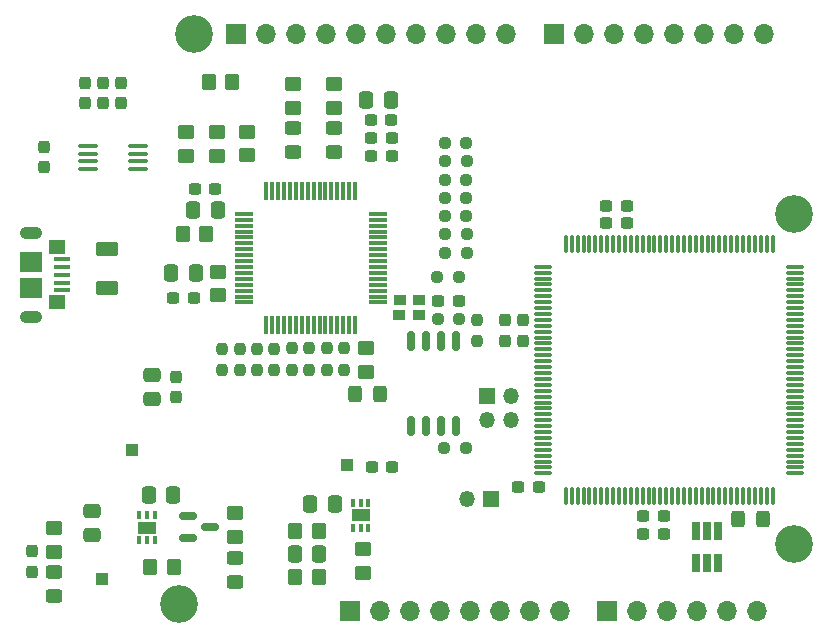
<source format=gbr>
%TF.GenerationSoftware,KiCad,Pcbnew,7.0.1*%
%TF.CreationDate,2023-05-12T19:52:32+02:00*%
%TF.ProjectId,UFO-FPGA,55464f2d-4650-4474-912e-6b696361645f,V0.8*%
%TF.SameCoordinates,Original*%
%TF.FileFunction,Soldermask,Top*%
%TF.FilePolarity,Negative*%
%FSLAX46Y46*%
G04 Gerber Fmt 4.6, Leading zero omitted, Abs format (unit mm)*
G04 Created by KiCad (PCBNEW 7.0.1) date 2023-05-12 19:52:32*
%MOMM*%
%LPD*%
G01*
G04 APERTURE LIST*
G04 Aperture macros list*
%AMRoundRect*
0 Rectangle with rounded corners*
0 $1 Rounding radius*
0 $2 $3 $4 $5 $6 $7 $8 $9 X,Y pos of 4 corners*
0 Add a 4 corners polygon primitive as box body*
4,1,4,$2,$3,$4,$5,$6,$7,$8,$9,$2,$3,0*
0 Add four circle primitives for the rounded corners*
1,1,$1+$1,$2,$3*
1,1,$1+$1,$4,$5*
1,1,$1+$1,$6,$7*
1,1,$1+$1,$8,$9*
0 Add four rect primitives between the rounded corners*
20,1,$1+$1,$2,$3,$4,$5,0*
20,1,$1+$1,$4,$5,$6,$7,0*
20,1,$1+$1,$6,$7,$8,$9,0*
20,1,$1+$1,$8,$9,$2,$3,0*%
G04 Aperture macros list end*
%ADD10RoundRect,0.250000X0.450000X-0.350000X0.450000X0.350000X-0.450000X0.350000X-0.450000X-0.350000X0*%
%ADD11RoundRect,0.237500X-0.237500X0.300000X-0.237500X-0.300000X0.237500X-0.300000X0.237500X0.300000X0*%
%ADD12RoundRect,0.250000X0.450000X-0.325000X0.450000X0.325000X-0.450000X0.325000X-0.450000X-0.325000X0*%
%ADD13RoundRect,0.237500X0.237500X-0.250000X0.237500X0.250000X-0.237500X0.250000X-0.237500X-0.250000X0*%
%ADD14RoundRect,0.250000X0.337500X0.475000X-0.337500X0.475000X-0.337500X-0.475000X0.337500X-0.475000X0*%
%ADD15RoundRect,0.237500X0.300000X0.237500X-0.300000X0.237500X-0.300000X-0.237500X0.300000X-0.237500X0*%
%ADD16R,1.700000X1.700000*%
%ADD17O,1.700000X1.700000*%
%ADD18RoundRect,0.250000X0.475000X-0.337500X0.475000X0.337500X-0.475000X0.337500X-0.475000X-0.337500X0*%
%ADD19C,3.200000*%
%ADD20R,1.000000X0.900000*%
%ADD21R,1.000000X1.000000*%
%ADD22RoundRect,0.250000X0.325000X0.450000X-0.325000X0.450000X-0.325000X-0.450000X0.325000X-0.450000X0*%
%ADD23RoundRect,0.237500X-0.300000X-0.237500X0.300000X-0.237500X0.300000X0.237500X-0.300000X0.237500X0*%
%ADD24R,1.400000X0.400000*%
%ADD25O,1.900000X1.050000*%
%ADD26R,1.450000X1.150000*%
%ADD27R,1.900000X1.750000*%
%ADD28RoundRect,0.250000X-0.350000X-0.450000X0.350000X-0.450000X0.350000X0.450000X-0.350000X0.450000X0*%
%ADD29RoundRect,0.237500X-0.250000X-0.237500X0.250000X-0.237500X0.250000X0.237500X-0.250000X0.237500X0*%
%ADD30RoundRect,0.250000X-0.450000X0.350000X-0.450000X-0.350000X0.450000X-0.350000X0.450000X0.350000X0*%
%ADD31RoundRect,0.075000X-0.700000X-0.075000X0.700000X-0.075000X0.700000X0.075000X-0.700000X0.075000X0*%
%ADD32RoundRect,0.075000X-0.075000X-0.700000X0.075000X-0.700000X0.075000X0.700000X-0.075000X0.700000X0*%
%ADD33R,0.650000X1.560000*%
%ADD34R,0.350000X0.650000*%
%ADD35R,1.600000X1.000000*%
%ADD36RoundRect,0.237500X0.250000X0.237500X-0.250000X0.237500X-0.250000X-0.237500X0.250000X-0.237500X0*%
%ADD37R,1.350000X1.350000*%
%ADD38O,1.350000X1.350000*%
%ADD39RoundRect,0.250000X0.700000X-0.362500X0.700000X0.362500X-0.700000X0.362500X-0.700000X-0.362500X0*%
%ADD40RoundRect,0.150000X-0.150000X0.712500X-0.150000X-0.712500X0.150000X-0.712500X0.150000X0.712500X0*%
%ADD41RoundRect,0.250000X-0.337500X-0.475000X0.337500X-0.475000X0.337500X0.475000X-0.337500X0.475000X0*%
%ADD42RoundRect,0.075000X-0.075000X0.662500X-0.075000X-0.662500X0.075000X-0.662500X0.075000X0.662500X0*%
%ADD43RoundRect,0.075000X-0.662500X0.075000X-0.662500X-0.075000X0.662500X-0.075000X0.662500X0.075000X0*%
%ADD44RoundRect,0.237500X0.237500X-0.300000X0.237500X0.300000X-0.237500X0.300000X-0.237500X-0.300000X0*%
%ADD45RoundRect,0.237500X-0.237500X0.250000X-0.237500X-0.250000X0.237500X-0.250000X0.237500X0.250000X0*%
%ADD46RoundRect,0.150000X-0.587500X-0.150000X0.587500X-0.150000X0.587500X0.150000X-0.587500X0.150000X0*%
%ADD47RoundRect,0.100000X0.712500X0.100000X-0.712500X0.100000X-0.712500X-0.100000X0.712500X-0.100000X0*%
%ADD48RoundRect,0.250000X0.350000X0.450000X-0.350000X0.450000X-0.350000X-0.450000X0.350000X-0.450000X0*%
G04 APERTURE END LIST*
D10*
%TO.C,R4*%
X126075000Y-61000000D03*
X126075000Y-59000000D03*
%TD*%
%TO.C,R34*%
X135150000Y-56940000D03*
X135150000Y-54940000D03*
%TD*%
D11*
%TO.C,C3*%
X119075000Y-54837500D03*
X119075000Y-56562500D03*
%TD*%
D12*
%TO.C,RXLED1*%
X138650000Y-60690000D03*
X138650000Y-58640000D03*
%TD*%
D11*
%TO.C,C8*%
X125250000Y-79723752D03*
X125250000Y-81448752D03*
%TD*%
D13*
%TO.C,R11*%
X135050000Y-79137500D03*
X135050000Y-77312500D03*
%TD*%
D12*
%TO.C,TXLED1*%
X135150000Y-60690000D03*
X135150000Y-58640000D03*
%TD*%
D11*
%TO.C,C4*%
X117575000Y-54837500D03*
X117575000Y-56562500D03*
%TD*%
D14*
%TO.C,C10*%
X126900000Y-70950000D03*
X124825000Y-70950000D03*
%TD*%
D15*
%TO.C,C7*%
X126725000Y-73000000D03*
X125000000Y-73000000D03*
%TD*%
D16*
%TO.C,J2*%
X161710000Y-99500000D03*
D17*
X164250000Y-99500000D03*
X166790000Y-99500000D03*
X169330000Y-99500000D03*
X171870000Y-99500000D03*
X174410000Y-99500000D03*
%TD*%
D18*
%TO.C,C5*%
X118160000Y-93147500D03*
X118160000Y-91072500D03*
%TD*%
D19*
%TO.C,MH2*%
X125478000Y-98940000D03*
%TD*%
D16*
%TO.C,J3*%
X130304000Y-50680000D03*
D17*
X132844000Y-50680000D03*
X135384000Y-50680000D03*
X137924000Y-50680000D03*
X140464000Y-50680000D03*
X143004000Y-50680000D03*
X145544000Y-50680000D03*
X148084000Y-50680000D03*
X150624000Y-50680000D03*
X153164000Y-50680000D03*
%TD*%
D20*
%TO.C,U3*%
X145820000Y-73212500D03*
X144170000Y-73212500D03*
X144165000Y-74462500D03*
X145815000Y-74462500D03*
%TD*%
D21*
%TO.C,TP12*%
X139730000Y-87220000D03*
%TD*%
D15*
%TO.C,C30*%
X166540000Y-91536000D03*
X164815000Y-91536000D03*
%TD*%
D22*
%TO.C,D1*%
X174902500Y-91790000D03*
X172852500Y-91790000D03*
%TD*%
D14*
%TO.C,C44*%
X143417500Y-56260000D03*
X141342500Y-56260000D03*
%TD*%
D23*
%TO.C,C23*%
X161675000Y-66725000D03*
X163400000Y-66725000D03*
%TD*%
D15*
%TO.C,C16*%
X155954900Y-89052400D03*
X154229900Y-89052400D03*
%TD*%
D18*
%TO.C,C9*%
X123250000Y-81623752D03*
X123250000Y-79548752D03*
%TD*%
D10*
%TO.C,R3*%
X128700000Y-61000000D03*
X128700000Y-59000000D03*
%TD*%
D24*
%TO.C,J5*%
X115620000Y-69780000D03*
X115620000Y-70430000D03*
X115620000Y-71080000D03*
X115620000Y-71730000D03*
X115620000Y-72380000D03*
D25*
X112970000Y-67505000D03*
D26*
X115200000Y-68760000D03*
D27*
X112970000Y-69955000D03*
X112970000Y-72205000D03*
D26*
X115200000Y-73400000D03*
D25*
X112970000Y-74655000D03*
%TD*%
D28*
%TO.C,R2*%
X128000000Y-54750000D03*
X130000000Y-54750000D03*
%TD*%
D29*
%TO.C,R19*%
X148015000Y-61450000D03*
X149840000Y-61450000D03*
%TD*%
D30*
%TO.C,R36*%
X114930000Y-92510000D03*
X114930000Y-94510000D03*
%TD*%
D13*
%TO.C,R9*%
X132080000Y-79144500D03*
X132080000Y-77319500D03*
%TD*%
%TO.C,R12*%
X136528600Y-79137500D03*
X136528600Y-77312500D03*
%TD*%
D31*
%TO.C,U2*%
X130975000Y-65915000D03*
X130975000Y-66415000D03*
X130975000Y-66915000D03*
X130975000Y-67415000D03*
X130975000Y-67915000D03*
X130975000Y-68415000D03*
X130975000Y-68915000D03*
X130975000Y-69415000D03*
X130975000Y-69915000D03*
X130975000Y-70415000D03*
X130975000Y-70915000D03*
X130975000Y-71415000D03*
X130975000Y-71915000D03*
X130975000Y-72415000D03*
X130975000Y-72915000D03*
X130975000Y-73415000D03*
D32*
X132900000Y-75340000D03*
X133400000Y-75340000D03*
X133900000Y-75340000D03*
X134400000Y-75340000D03*
X134900000Y-75340000D03*
X135400000Y-75340000D03*
X135900000Y-75340000D03*
X136400000Y-75340000D03*
X136900000Y-75340000D03*
X137400000Y-75340000D03*
X137900000Y-75340000D03*
X138400000Y-75340000D03*
X138900000Y-75340000D03*
X139400000Y-75340000D03*
X139900000Y-75340000D03*
X140400000Y-75340000D03*
D31*
X142325000Y-73415000D03*
X142325000Y-72915000D03*
X142325000Y-72415000D03*
X142325000Y-71915000D03*
X142325000Y-71415000D03*
X142325000Y-70915000D03*
X142325000Y-70415000D03*
X142325000Y-69915000D03*
X142325000Y-69415000D03*
X142325000Y-68915000D03*
X142325000Y-68415000D03*
X142325000Y-67915000D03*
X142325000Y-67415000D03*
X142325000Y-66915000D03*
X142325000Y-66415000D03*
X142325000Y-65915000D03*
D32*
X140400000Y-63990000D03*
X139900000Y-63990000D03*
X139400000Y-63990000D03*
X138900000Y-63990000D03*
X138400000Y-63990000D03*
X137900000Y-63990000D03*
X137400000Y-63990000D03*
X136900000Y-63990000D03*
X136400000Y-63990000D03*
X135900000Y-63990000D03*
X135400000Y-63990000D03*
X134900000Y-63990000D03*
X134400000Y-63990000D03*
X133900000Y-63990000D03*
X133400000Y-63990000D03*
X132900000Y-63990000D03*
%TD*%
D33*
%TO.C,U12*%
X169250000Y-95450000D03*
X170200000Y-95450000D03*
X171150000Y-95450000D03*
X171150000Y-92750000D03*
X170200000Y-92750000D03*
X169250000Y-92750000D03*
%TD*%
D34*
%TO.C,U6*%
X122150000Y-93540000D03*
X122800000Y-93540000D03*
X123450000Y-93540000D03*
X123450000Y-91440000D03*
X122800000Y-91440000D03*
X122150000Y-91440000D03*
D35*
X122800000Y-92490000D03*
%TD*%
D36*
%TO.C,R23*%
X149212500Y-74800000D03*
X147387500Y-74800000D03*
%TD*%
D23*
%TO.C,C24*%
X161665000Y-65256000D03*
X163390000Y-65256000D03*
%TD*%
D16*
%TO.C,J4*%
X157228000Y-50680000D03*
D17*
X159768000Y-50680000D03*
X162308000Y-50680000D03*
X164848000Y-50680000D03*
X167388000Y-50680000D03*
X169928000Y-50680000D03*
X172468000Y-50680000D03*
X175008000Y-50680000D03*
%TD*%
D37*
%TO.C,J6*%
X151610000Y-81380000D03*
D38*
X153610000Y-81380000D03*
X151610000Y-83380000D03*
X153610000Y-83380000D03*
%TD*%
D39*
%TO.C,FB1*%
X119425000Y-72175000D03*
X119425000Y-68850000D03*
%TD*%
D37*
%TO.C,JP1*%
X151910000Y-90030000D03*
D38*
X149910000Y-90030000D03*
%TD*%
D14*
%TO.C,C11*%
X128787500Y-65550000D03*
X126712500Y-65550000D03*
%TD*%
D23*
%TO.C,C13*%
X147445000Y-73290000D03*
X149170000Y-73290000D03*
%TD*%
D12*
%TO.C,PWR1*%
X114930000Y-98292500D03*
X114930000Y-96242500D03*
%TD*%
D13*
%TO.C,R13*%
X138001800Y-79137500D03*
X138001800Y-77312500D03*
%TD*%
D40*
%TO.C,U9*%
X148971000Y-76651500D03*
X147701000Y-76651500D03*
X146431000Y-76651500D03*
X145161000Y-76651500D03*
X145161000Y-83876500D03*
X146431000Y-83876500D03*
X147701000Y-83876500D03*
X148971000Y-83876500D03*
%TD*%
D41*
%TO.C,C25*%
X122942500Y-89720000D03*
X125017500Y-89720000D03*
%TD*%
D28*
%TO.C,R30*%
X123050000Y-95820000D03*
X125050000Y-95820000D03*
%TD*%
D30*
%TO.C,R28*%
X141360000Y-77270000D03*
X141360000Y-79270000D03*
%TD*%
D15*
%TO.C,C62*%
X143512500Y-60990000D03*
X141787500Y-60990000D03*
%TD*%
D36*
%TO.C,R15*%
X149840000Y-67640000D03*
X148015000Y-67640000D03*
%TD*%
D16*
%TO.C,J1*%
X139960000Y-99500000D03*
D17*
X142500000Y-99500000D03*
X145040000Y-99500000D03*
X147580000Y-99500000D03*
X150120000Y-99500000D03*
X152660000Y-99500000D03*
X155200000Y-99500000D03*
X157740000Y-99500000D03*
%TD*%
D42*
%TO.C,U4*%
X175750000Y-68478500D03*
X175250000Y-68478500D03*
X174750000Y-68478500D03*
X174250000Y-68478500D03*
X173750000Y-68478500D03*
X173250000Y-68478500D03*
X172750000Y-68478500D03*
X172250000Y-68478500D03*
X171750000Y-68478500D03*
X171250000Y-68478500D03*
X170750000Y-68478500D03*
X170250000Y-68478500D03*
X169750000Y-68478500D03*
X169250000Y-68478500D03*
X168750000Y-68478500D03*
X168250000Y-68478500D03*
X167750000Y-68478500D03*
X167250000Y-68478500D03*
X166750000Y-68478500D03*
X166250000Y-68478500D03*
X165750000Y-68478500D03*
X165250000Y-68478500D03*
X164750000Y-68478500D03*
X164250000Y-68478500D03*
X163750000Y-68478500D03*
X163250000Y-68478500D03*
X162750000Y-68478500D03*
X162250000Y-68478500D03*
X161750000Y-68478500D03*
X161250000Y-68478500D03*
X160750000Y-68478500D03*
X160250000Y-68478500D03*
X159750000Y-68478500D03*
X159250000Y-68478500D03*
X158750000Y-68478500D03*
X158250000Y-68478500D03*
D43*
X156337500Y-70391000D03*
X156337500Y-70891000D03*
X156337500Y-71391000D03*
X156337500Y-71891000D03*
X156337500Y-72391000D03*
X156337500Y-72891000D03*
X156337500Y-73391000D03*
X156337500Y-73891000D03*
X156337500Y-74391000D03*
X156337500Y-74891000D03*
X156337500Y-75391000D03*
X156337500Y-75891000D03*
X156337500Y-76391000D03*
X156337500Y-76891000D03*
X156337500Y-77391000D03*
X156337500Y-77891000D03*
X156337500Y-78391000D03*
X156337500Y-78891000D03*
X156337500Y-79391000D03*
X156337500Y-79891000D03*
X156337500Y-80391000D03*
X156337500Y-80891000D03*
X156337500Y-81391000D03*
X156337500Y-81891000D03*
X156337500Y-82391000D03*
X156337500Y-82891000D03*
X156337500Y-83391000D03*
X156337500Y-83891000D03*
X156337500Y-84391000D03*
X156337500Y-84891000D03*
X156337500Y-85391000D03*
X156337500Y-85891000D03*
X156337500Y-86391000D03*
X156337500Y-86891000D03*
X156337500Y-87391000D03*
X156337500Y-87891000D03*
D42*
X158250000Y-89803500D03*
X158750000Y-89803500D03*
X159250000Y-89803500D03*
X159750000Y-89803500D03*
X160250000Y-89803500D03*
X160750000Y-89803500D03*
X161250000Y-89803500D03*
X161750000Y-89803500D03*
X162250000Y-89803500D03*
X162750000Y-89803500D03*
X163250000Y-89803500D03*
X163750000Y-89803500D03*
X164250000Y-89803500D03*
X164750000Y-89803500D03*
X165250000Y-89803500D03*
X165750000Y-89803500D03*
X166250000Y-89803500D03*
X166750000Y-89803500D03*
X167250000Y-89803500D03*
X167750000Y-89803500D03*
X168250000Y-89803500D03*
X168750000Y-89803500D03*
X169250000Y-89803500D03*
X169750000Y-89803500D03*
X170250000Y-89803500D03*
X170750000Y-89803500D03*
X171250000Y-89803500D03*
X171750000Y-89803500D03*
X172250000Y-89803500D03*
X172750000Y-89803500D03*
X173250000Y-89803500D03*
X173750000Y-89803500D03*
X174250000Y-89803500D03*
X174750000Y-89803500D03*
X175250000Y-89803500D03*
X175750000Y-89803500D03*
D43*
X177662500Y-87891000D03*
X177662500Y-87391000D03*
X177662500Y-86891000D03*
X177662500Y-86391000D03*
X177662500Y-85891000D03*
X177662500Y-85391000D03*
X177662500Y-84891000D03*
X177662500Y-84391000D03*
X177662500Y-83891000D03*
X177662500Y-83391000D03*
X177662500Y-82891000D03*
X177662500Y-82391000D03*
X177662500Y-81891000D03*
X177662500Y-81391000D03*
X177662500Y-80891000D03*
X177662500Y-80391000D03*
X177662500Y-79891000D03*
X177662500Y-79391000D03*
X177662500Y-78891000D03*
X177662500Y-78391000D03*
X177662500Y-77891000D03*
X177662500Y-77391000D03*
X177662500Y-76891000D03*
X177662500Y-76391000D03*
X177662500Y-75891000D03*
X177662500Y-75391000D03*
X177662500Y-74891000D03*
X177662500Y-74391000D03*
X177662500Y-73891000D03*
X177662500Y-73391000D03*
X177662500Y-72891000D03*
X177662500Y-72391000D03*
X177662500Y-71891000D03*
X177662500Y-71391000D03*
X177662500Y-70891000D03*
X177662500Y-70391000D03*
%TD*%
D11*
%TO.C,C2*%
X120550000Y-54837500D03*
X120550000Y-56562500D03*
%TD*%
D10*
%TO.C,R5*%
X128825000Y-72800000D03*
X128825000Y-70800000D03*
%TD*%
D29*
%TO.C,R7*%
X147337500Y-71240000D03*
X149162500Y-71240000D03*
%TD*%
D28*
%TO.C,R32*%
X135330000Y-92770000D03*
X137330000Y-92770000D03*
%TD*%
D29*
%TO.C,R20*%
X147995000Y-59920000D03*
X149820000Y-59920000D03*
%TD*%
D36*
%TO.C,R18*%
X149830000Y-63010000D03*
X148005000Y-63010000D03*
%TD*%
D44*
%TO.C,C1*%
X114075000Y-61975000D03*
X114075000Y-60250000D03*
%TD*%
D15*
%TO.C,C29*%
X166540000Y-93060000D03*
X164815000Y-93060000D03*
%TD*%
%TO.C,C64*%
X143472500Y-57970000D03*
X141747500Y-57970000D03*
%TD*%
D30*
%TO.C,R31*%
X130210000Y-91280000D03*
X130210000Y-93280000D03*
%TD*%
D11*
%TO.C,C22*%
X153060400Y-74931100D03*
X153060400Y-76656100D03*
%TD*%
D30*
%TO.C,R29*%
X141060000Y-94300000D03*
X141060000Y-96300000D03*
%TD*%
D45*
%TO.C,R27*%
X139475000Y-77312500D03*
X139475000Y-79137500D03*
%TD*%
D29*
%TO.C,R17*%
X148005000Y-64540000D03*
X149830000Y-64540000D03*
%TD*%
D22*
%TO.C,D2*%
X142475000Y-81190000D03*
X140425000Y-81190000D03*
%TD*%
D19*
%TO.C,MH1*%
X126748000Y-50680000D03*
%TD*%
D12*
%TO.C,D3*%
X130210000Y-97095000D03*
X130210000Y-95045000D03*
%TD*%
D45*
%TO.C,R21*%
X129145800Y-77319500D03*
X129145800Y-79144500D03*
%TD*%
D19*
%TO.C,MH3*%
X177548000Y-65920000D03*
%TD*%
D36*
%TO.C,R14*%
X149840000Y-69200000D03*
X148015000Y-69200000D03*
%TD*%
D15*
%TO.C,C60*%
X143512500Y-59470000D03*
X141787500Y-59470000D03*
%TD*%
D13*
%TO.C,R10*%
X133565400Y-79144500D03*
X133565400Y-77319500D03*
%TD*%
D10*
%TO.C,R33*%
X138650000Y-56940000D03*
X138650000Y-54940000D03*
%TD*%
D21*
%TO.C,TP2*%
X121550000Y-85950000D03*
%TD*%
D29*
%TO.C,R16*%
X147995000Y-66080000D03*
X149820000Y-66080000D03*
%TD*%
D13*
%TO.C,R8*%
X130619000Y-79144500D03*
X130619000Y-77319500D03*
%TD*%
D28*
%TO.C,R40*%
X135350000Y-96700000D03*
X137350000Y-96700000D03*
%TD*%
D14*
%TO.C,C14*%
X137387500Y-94750000D03*
X135312500Y-94750000D03*
%TD*%
D21*
%TO.C,TP1*%
X118970000Y-96790000D03*
%TD*%
D11*
%TO.C,C40*%
X113090000Y-94497500D03*
X113090000Y-96222500D03*
%TD*%
D46*
%TO.C,Q1*%
X126252500Y-91480000D03*
X126252500Y-93380000D03*
X128127500Y-92430000D03*
%TD*%
D14*
%TO.C,C6*%
X138687500Y-90520000D03*
X136612500Y-90520000D03*
%TD*%
D19*
%TO.C,MH4*%
X177548000Y-93860000D03*
%TD*%
D34*
%TO.C,U1*%
X140220000Y-92500000D03*
X140870000Y-92500000D03*
X141520000Y-92500000D03*
X141520000Y-90400000D03*
X140870000Y-90400000D03*
X140220000Y-90400000D03*
D35*
X140870000Y-91450000D03*
%TD*%
D45*
%TO.C,R24*%
X150723600Y-74879200D03*
X150723600Y-76704200D03*
%TD*%
D11*
%TO.C,C21*%
X154584400Y-74931100D03*
X154584400Y-76656100D03*
%TD*%
D15*
%TO.C,C12*%
X128540000Y-63820000D03*
X126815000Y-63820000D03*
%TD*%
D47*
%TO.C,U5*%
X122012500Y-62125000D03*
X122012500Y-61475000D03*
X122012500Y-60825000D03*
X122012500Y-60175000D03*
X117787500Y-60175000D03*
X117787500Y-60825000D03*
X117787500Y-61475000D03*
X117787500Y-62125000D03*
%TD*%
D30*
%TO.C,R1*%
X131225000Y-58975000D03*
X131225000Y-60975000D03*
%TD*%
D36*
%TO.C,R22*%
X149787500Y-85725000D03*
X147962500Y-85725000D03*
%TD*%
D48*
%TO.C,R6*%
X127800000Y-67650000D03*
X125800000Y-67650000D03*
%TD*%
D23*
%TO.C,C59*%
X141797500Y-87320000D03*
X143522500Y-87320000D03*
%TD*%
M02*

</source>
